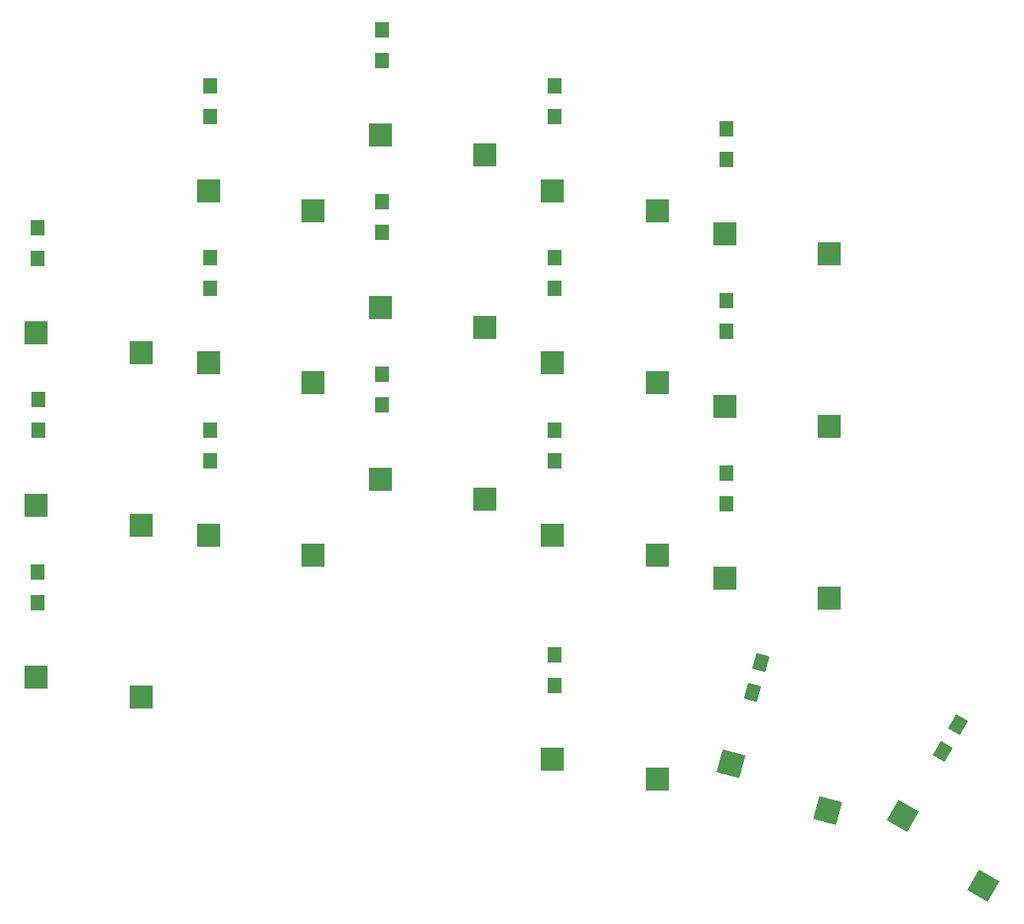
<source format=gbr>
%TF.GenerationSoftware,KiCad,Pcbnew,8.0.5*%
%TF.CreationDate,2024-12-10T18:47:18+08:00*%
%TF.ProjectId,pcb-left,7063622d-6c65-4667-942e-6b696361645f,0.32*%
%TF.SameCoordinates,Original*%
%TF.FileFunction,Paste,Bot*%
%TF.FilePolarity,Positive*%
%FSLAX46Y46*%
G04 Gerber Fmt 4.6, Leading zero omitted, Abs format (unit mm)*
G04 Created by KiCad (PCBNEW 8.0.5) date 2024-12-10 18:47:18*
%MOMM*%
%LPD*%
G01*
G04 APERTURE LIST*
G04 Aperture macros list*
%AMRotRect*
0 Rectangle, with rotation*
0 The origin of the aperture is its center*
0 $1 length*
0 $2 width*
0 $3 Rotation angle, in degrees counterclockwise*
0 Add horizontal line*
21,1,$1,$2,0,0,$3*%
G04 Aperture macros list end*
%ADD10R,2.600000X2.600000*%
%ADD11RotRect,2.600000X2.600000X150.000000*%
%ADD12RotRect,2.600000X2.600000X165.000000*%
%ADD13RotRect,1.800000X1.500000X240.000000*%
%ADD14R,1.500000X1.800000*%
%ADD15RotRect,1.800000X1.500000X255.000000*%
G04 APERTURE END LIST*
D10*
%TO.C,SWL5*%
X131290625Y-60800000D03*
X119740625Y-58600000D03*
%TD*%
%TO.C,SWL13*%
X93290625Y-87875000D03*
X81740625Y-85675000D03*
%TD*%
%TO.C,SWL9*%
X112290625Y-75050000D03*
X100740625Y-72850000D03*
%TD*%
D11*
%TO.C,SWL18*%
X148301858Y-130515351D03*
X139399265Y-122835095D03*
%TD*%
D10*
%TO.C,SWL1*%
X55290625Y-71725000D03*
X43740625Y-69525000D03*
%TD*%
D12*
%TO.C,SWL17*%
X131064059Y-122244891D03*
X120477017Y-117130494D03*
%TD*%
D10*
%TO.C,SWL7*%
X74290625Y-75050000D03*
X62740625Y-72850000D03*
%TD*%
%TO.C,SWL15*%
X131290625Y-98800000D03*
X119740625Y-96600000D03*
%TD*%
%TO.C,SWL4*%
X112290625Y-56050000D03*
X100740625Y-53850000D03*
%TD*%
%TO.C,SWL14*%
X112290625Y-94050000D03*
X100740625Y-91850000D03*
%TD*%
%TO.C,SWL8*%
X93290625Y-68875000D03*
X81740625Y-66675000D03*
%TD*%
%TO.C,SWL10*%
X131290625Y-79800000D03*
X119740625Y-77600000D03*
%TD*%
%TO.C,SWL11*%
X55290625Y-109725000D03*
X43740625Y-107525000D03*
%TD*%
%TO.C,SWL3*%
X93290625Y-49875000D03*
X81740625Y-47675000D03*
%TD*%
%TO.C,SWL6*%
X55290625Y-90725000D03*
X43740625Y-88525000D03*
%TD*%
%TO.C,SWL12*%
X74290625Y-94050000D03*
X62740625Y-91850000D03*
%TD*%
%TO.C,SWL2*%
X74290625Y-56050000D03*
X62740625Y-53850000D03*
%TD*%
%TO.C,SWL16*%
X112290625Y-118750000D03*
X100740625Y-116550000D03*
%TD*%
D13*
%TO.C,DL18*%
X145490625Y-112752757D03*
X143790625Y-115697243D03*
%TD*%
D14*
%TO.C,DL13*%
X81940625Y-74050000D03*
X81940625Y-77450000D03*
%TD*%
%TO.C,DL3*%
X81940625Y-36050000D03*
X81940625Y-39450000D03*
%TD*%
%TO.C,DL2*%
X62940625Y-42225000D03*
X62940625Y-45625000D03*
%TD*%
%TO.C,DL9*%
X100940625Y-61225000D03*
X100940625Y-64625000D03*
%TD*%
%TO.C,DL5*%
X119940625Y-46975000D03*
X119940625Y-50375000D03*
%TD*%
%TO.C,DL11*%
X43921875Y-95900000D03*
X43921875Y-99300000D03*
%TD*%
D15*
%TO.C,DL17*%
X123705617Y-105932926D03*
X122825633Y-109217074D03*
%TD*%
D14*
%TO.C,DL14*%
X100940625Y-80225000D03*
X100940625Y-83625000D03*
%TD*%
%TO.C,DL1*%
X43921875Y-57900000D03*
X43921875Y-61300000D03*
%TD*%
%TO.C,DL15*%
X119940625Y-84975000D03*
X119940625Y-88375000D03*
%TD*%
%TO.C,DL6*%
X43940625Y-76900000D03*
X43940625Y-80300000D03*
%TD*%
%TO.C,DL4*%
X100940625Y-42225000D03*
X100940625Y-45625000D03*
%TD*%
%TO.C,DL7*%
X62940625Y-61225000D03*
X62940625Y-64625000D03*
%TD*%
%TO.C,DL10*%
X119940625Y-65975000D03*
X119940625Y-69375000D03*
%TD*%
%TO.C,DL12*%
X62940625Y-80225000D03*
X62940625Y-83625000D03*
%TD*%
%TO.C,DL16*%
X100940625Y-105065625D03*
X100940625Y-108465625D03*
%TD*%
%TO.C,DL8*%
X81940625Y-55050000D03*
X81940625Y-58450000D03*
%TD*%
M02*

</source>
